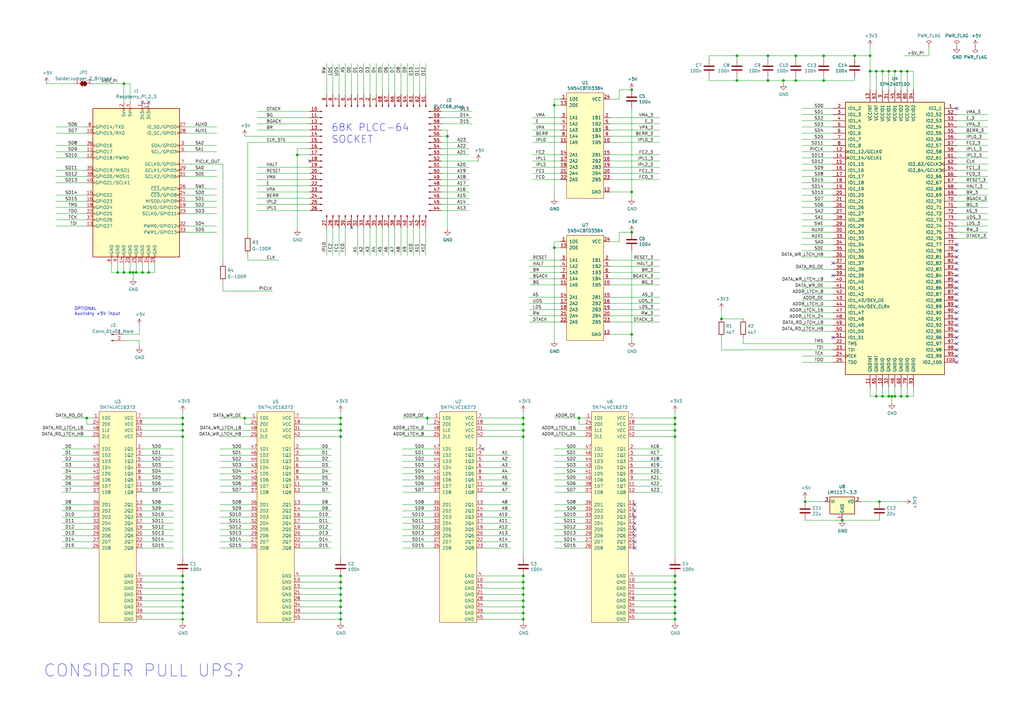
<source format=kicad_sch>
(kicad_sch (version 20211123) (generator eeschema)
  (paper "A3")
  (title_block (date "2023-08-09"))
  (junction (at 74.93 246.38))
  (junction (at 74.93 241.3))
  (junction (at 369.57 29.21))
  (junction (at 302.26 33.02))
  (junction (at 50.8 34.29))
  (junction (at 214.63 248.92))
  (junction (at 175.26 171.45))
  (junction (at 330.2 205.74))
  (junction (at 139.7 173.99))
  (junction (at 74.93 173.99))
  (junction (at 74.93 238.76))
  (junction (at 276.86 251.46))
  (junction (at 276.86 173.99))
  (junction (at 60.96 111.76))
  (junction (at 54.61 111.76))
  (junction (at 369.57 162.56))
  (junction (at 276.86 243.84))
  (junction (at 276.86 171.45))
  (junction (at 364.49 29.21))
  (junction (at 276.86 241.3))
  (junction (at 74.93 236.22))
  (junction (at 74.93 176.53))
  (junction (at 276.86 176.53))
  (junction (at 259.08 137.16))
  (junction (at 356.87 22.86))
  (junction (at 321.31 33.02))
  (junction (at 359.41 29.21))
  (junction (at 214.63 179.07))
  (junction (at 276.86 254))
  (junction (at 139.7 243.84))
  (junction (at 259.08 36.83))
  (junction (at 53.34 111.76))
  (junction (at 314.96 33.02))
  (junction (at 48.26 111.76))
  (junction (at 276.86 179.07))
  (junction (at 337.82 33.02))
  (junction (at 139.7 238.76))
  (junction (at 367.03 29.21))
  (junction (at 139.7 246.38))
  (junction (at 139.7 248.92))
  (junction (at 361.95 162.56))
  (junction (at 337.82 22.86))
  (junction (at 139.7 241.3))
  (junction (at 259.08 95.25))
  (junction (at 359.41 162.56))
  (junction (at 74.93 179.07))
  (junction (at 372.11 162.56))
  (junction (at 35.56 171.45))
  (junction (at 139.7 176.53))
  (junction (at 367.03 162.56))
  (junction (at 237.49 171.45))
  (junction (at 365.76 162.56))
  (junction (at 183.515 55.88))
  (junction (at 214.63 254))
  (junction (at 214.63 176.53))
  (junction (at 214.63 236.22))
  (junction (at 295.91 130.81))
  (junction (at 74.93 248.92))
  (junction (at 326.39 33.02))
  (junction (at 372.11 29.21))
  (junction (at 139.7 236.22))
  (junction (at 350.52 22.86))
  (junction (at 214.63 171.45))
  (junction (at 214.63 173.99))
  (junction (at 55.88 111.76))
  (junction (at 214.63 246.38))
  (junction (at 139.7 171.45))
  (junction (at 121.92 63.5))
  (junction (at 360.68 205.74))
  (junction (at 74.93 243.84))
  (junction (at 214.63 243.84))
  (junction (at 345.44 213.36))
  (junction (at 214.63 238.76))
  (junction (at 214.63 241.3))
  (junction (at 259.08 78.74))
  (junction (at 227.33 101.6))
  (junction (at 276.86 246.38))
  (junction (at 139.7 179.07))
  (junction (at 276.86 236.22))
  (junction (at 139.7 251.46))
  (junction (at 214.63 251.46))
  (junction (at 364.49 162.56))
  (junction (at 326.39 22.86))
  (junction (at 276.86 248.92))
  (junction (at 302.26 22.86))
  (junction (at 74.93 171.45))
  (junction (at 74.93 254))
  (junction (at 356.87 29.21))
  (junction (at 58.42 111.76))
  (junction (at 50.8 111.76))
  (junction (at 100.33 171.45))
  (junction (at 74.93 251.46))
  (junction (at 139.7 254))
  (junction (at 276.86 238.76))
  (junction (at 227.33 43.18))
  (junction (at 361.95 29.21))
  (junction (at 314.96 22.86))
  (no_connect (at 392.43 110.49))
  (no_connect (at 392.43 130.81))
  (no_connect (at 260.35 222.25))
  (no_connect (at 260.35 207.01))
  (no_connect (at 341.63 107.95))
  (no_connect (at 392.43 107.95))
  (no_connect (at 260.35 217.17))
  (no_connect (at 392.43 115.57))
  (no_connect (at 392.43 105.41))
  (no_connect (at 341.63 113.03))
  (no_connect (at 392.43 133.35))
  (no_connect (at 392.43 125.73))
  (no_connect (at 392.43 113.03))
  (no_connect (at 392.43 146.05))
  (no_connect (at 260.35 214.63))
  (no_connect (at 392.43 128.27))
  (no_connect (at 392.43 102.87))
  (no_connect (at 60.96 41.91))
  (no_connect (at 392.43 143.51))
  (no_connect (at 392.43 135.89))
  (no_connect (at 260.35 219.71))
  (no_connect (at 198.12 184.15))
  (no_connect (at 392.43 118.11))
  (no_connect (at 392.43 148.59))
  (no_connect (at 392.43 100.33))
  (no_connect (at 392.43 120.65))
  (no_connect (at 392.43 123.19))
  (no_connect (at 341.63 138.43))
  (no_connect (at 392.43 44.45))
  (no_connect (at 392.43 140.97))
  (no_connect (at 392.43 138.43))
  (no_connect (at 127 66.04))
  (no_connect (at 144.145 93.345))
  (no_connect (at 58.42 41.91))
  (no_connect (at 260.35 224.79))
  (no_connect (at 260.35 209.55))
  (no_connect (at 260.35 212.09))
  (wire (pts (xy 123.19 238.76) (xy 139.7 238.76)))
  (wire (pts (xy 139.7 238.76) (xy 139.7 241.3)))
  (wire (pts (xy 139.065 93.345) (xy 139.065 104.775)))
  (wire (pts (xy 177.8 186.69) (xy 165.1 186.69)))
  (wire (pts (xy 328.93 110.49) (xy 341.63 110.49)))
  (wire (pts (xy 218.44 58.42) (xy 229.87 58.42)))
  (wire (pts (xy 227.33 201.93) (xy 240.03 201.93)))
  (wire (pts (xy 198.12 238.76) (xy 214.63 238.76)))
  (wire (pts (xy 328.93 64.77) (xy 341.63 64.77)))
  (wire (pts (xy 100.33 173.99) (xy 102.87 173.99)))
  (wire (pts (xy 341.63 46.99) (xy 328.93 46.99)))
  (wire (pts (xy 214.63 236.22) (xy 214.63 238.76)))
  (wire (pts (xy 165.1 212.09) (xy 177.8 212.09)))
  (wire (pts (xy 214.63 228.6) (xy 214.63 179.07)))
  (wire (pts (xy 341.63 123.19) (xy 328.93 123.19)))
  (wire (pts (xy 237.49 173.99) (xy 240.03 173.99)))
  (wire (pts (xy 127 78.74) (xy 105.41 78.74)))
  (wire (pts (xy 250.19 127) (xy 270.51 127)))
  (wire (pts (xy 121.92 63.5) (xy 121.92 93.98)))
  (wire (pts (xy 254 95.25) (xy 259.08 95.25)))
  (wire (pts (xy 229.87 40.64) (xy 227.33 40.64)))
  (wire (pts (xy 127 83.82) (xy 105.41 83.82)))
  (wire (pts (xy 71.12 201.93) (xy 58.42 201.93)))
  (wire (pts (xy 25.4 199.39) (xy 38.1 199.39)))
  (wire (pts (xy 198.12 236.22) (xy 214.63 236.22)))
  (wire (pts (xy 192.405 78.74) (xy 180.975 78.74)))
  (wire (pts (xy 74.93 241.3) (xy 74.93 243.84)))
  (wire (pts (xy 229.87 101.6) (xy 227.33 101.6)))
  (wire (pts (xy 229.87 116.84) (xy 217.17 116.84)))
  (wire (pts (xy 405.13 97.79) (xy 392.43 97.79)))
  (wire (pts (xy 229.87 55.88) (xy 218.44 55.88)))
  (wire (pts (xy 276.86 236.22) (xy 276.86 238.76)))
  (wire (pts (xy 240.03 194.31) (xy 227.33 194.31)))
  (wire (pts (xy 58.42 246.38) (xy 74.93 246.38)))
  (wire (pts (xy 392.43 85.09) (xy 405.13 85.09)))
  (wire (pts (xy 74.93 246.38) (xy 74.93 248.92)))
  (wire (pts (xy 53.34 34.29) (xy 50.8 34.29)))
  (wire (pts (xy 314.96 22.86) (xy 314.96 24.13)))
  (wire (pts (xy 102.87 196.85) (xy 90.17 196.85)))
  (wire (pts (xy 198.12 246.38) (xy 214.63 246.38)))
  (wire (pts (xy 328.93 74.93) (xy 341.63 74.93)))
  (wire (pts (xy 276.86 238.76) (xy 276.86 241.3)))
  (wire (pts (xy 405.13 57.15) (xy 392.43 57.15)))
  (wire (pts (xy 60.96 107.95) (xy 60.96 111.76)))
  (wire (pts (xy 227.33 207.01) (xy 240.03 207.01)))
  (wire (pts (xy 214.63 241.3) (xy 214.63 243.84)))
  (wire (pts (xy 139.7 171.45) (xy 139.7 173.99)))
  (wire (pts (xy 328.93 77.47) (xy 341.63 77.47)))
  (wire (pts (xy 260.35 238.76) (xy 276.86 238.76)))
  (wire (pts (xy 302.26 33.02) (xy 290.83 33.02)))
  (wire (pts (xy 53.34 107.95) (xy 53.34 111.76)))
  (wire (pts (xy 374.65 162.56) (xy 374.65 158.75)))
  (wire (pts (xy 229.87 53.34) (xy 218.44 53.34)))
  (wire (pts (xy 361.95 158.75) (xy 361.95 162.56)))
  (wire (pts (xy 133.985 26.035) (xy 133.985 38.735)))
  (wire (pts (xy 127 68.58) (xy 105.41 68.58)))
  (wire (pts (xy 227.33 222.25) (xy 240.03 222.25)))
  (wire (pts (xy 135.89 184.15) (xy 123.19 184.15)))
  (wire (pts (xy 90.17 222.25) (xy 102.87 222.25)))
  (wire (pts (xy 341.63 44.45) (xy 328.93 44.45)))
  (wire (pts (xy 123.19 251.46) (xy 139.7 251.46)))
  (wire (pts (xy 174.625 26.035) (xy 174.625 38.735)))
  (wire (pts (xy 74.93 173.99) (xy 74.93 176.53)))
  (wire (pts (xy 326.39 22.86) (xy 314.96 22.86)))
  (wire (pts (xy 135.89 191.77) (xy 123.19 191.77)))
  (wire (pts (xy 58.42 179.07) (xy 74.93 179.07)))
  (wire (pts (xy 135.89 219.71) (xy 123.19 219.71)))
  (wire (pts (xy 250.19 73.66) (xy 270.51 73.66)))
  (wire (pts (xy 341.63 52.07) (xy 328.93 52.07)))
  (wire (pts (xy 101.6 106.68) (xy 114.3 106.68)))
  (wire (pts (xy 25.4 209.55) (xy 38.1 209.55)))
  (wire (pts (xy 127 86.36) (xy 105.41 86.36)))
  (wire (pts (xy 341.63 102.87) (xy 328.93 102.87)))
  (wire (pts (xy 74.93 171.45) (xy 74.93 173.99)))
  (wire (pts (xy 337.82 22.86) (xy 326.39 22.86)))
  (wire (pts (xy 198.12 248.92) (xy 214.63 248.92)))
  (wire (pts (xy 123.19 248.92) (xy 139.7 248.92)))
  (wire (pts (xy 240.03 179.07) (xy 227.33 179.07)))
  (wire (pts (xy 250.19 78.74) (xy 259.08 78.74)))
  (wire (pts (xy 214.63 248.92) (xy 214.63 251.46)))
  (wire (pts (xy 48.26 107.95) (xy 48.26 111.76)))
  (wire (pts (xy 127 50.8) (xy 105.41 50.8)))
  (wire (pts (xy 302.26 31.75) (xy 302.26 33.02)))
  (wire (pts (xy 154.305 26.035) (xy 154.305 38.735)))
  (wire (pts (xy 139.7 173.99) (xy 139.7 176.53)))
  (wire (pts (xy 250.19 106.68) (xy 270.51 106.68)))
  (wire (pts (xy 341.63 128.27) (xy 328.93 128.27)))
  (wire (pts (xy 22.86 90.17) (xy 35.56 90.17)))
  (wire (pts (xy 250.19 40.64) (xy 254 40.64)))
  (wire (pts (xy 392.43 67.31) (xy 405.13 67.31)))
  (wire (pts (xy 214.63 168.91) (xy 214.63 171.45)))
  (wire (pts (xy 133.985 93.345) (xy 133.985 104.775)))
  (wire (pts (xy 169.545 104.775) (xy 169.545 93.345)))
  (wire (pts (xy 374.65 36.83) (xy 374.65 29.21)))
  (wire (pts (xy 58.42 194.31) (xy 71.12 194.31)))
  (wire (pts (xy 71.12 222.25) (xy 58.42 222.25)))
  (wire (pts (xy 364.49 36.83) (xy 364.49 29.21)))
  (wire (pts (xy 35.56 173.99) (xy 38.1 173.99)))
  (wire (pts (xy 214.63 176.53) (xy 198.12 176.53)))
  (wire (pts (xy 177.8 191.77) (xy 165.1 191.77)))
  (wire (pts (xy 364.49 29.21) (xy 361.95 29.21)))
  (wire (pts (xy 22.86 72.39) (xy 35.56 72.39)))
  (wire (pts (xy 139.7 176.53) (xy 139.7 179.07)))
  (wire (pts (xy 250.19 53.34) (xy 270.51 53.34)))
  (wire (pts (xy 74.93 254) (xy 74.93 255.27)))
  (wire (pts (xy 164.465 104.775) (xy 164.465 93.345)))
  (wire (pts (xy 90.17 207.01) (xy 102.87 207.01)))
  (wire (pts (xy 250.19 58.42) (xy 270.51 58.42)))
  (wire (pts (xy 74.93 176.53) (xy 74.93 179.07)))
  (wire (pts (xy 392.43 64.77) (xy 405.13 64.77)))
  (wire (pts (xy 127 60.96) (xy 121.92 60.96)))
  (wire (pts (xy 359.41 162.56) (xy 361.95 162.56)))
  (wire (pts (xy 302.26 24.13) (xy 302.26 22.86)))
  (wire (pts (xy 276.86 246.38) (xy 276.86 248.92)))
  (wire (pts (xy 177.8 176.53) (xy 165.1 176.53)))
  (wire (pts (xy 290.83 22.86) (xy 290.83 24.13)))
  (wire (pts (xy 57.15 133.35) (xy 57.15 137.16)))
  (wire (pts (xy 321.31 33.02) (xy 321.31 34.29)))
  (wire (pts (xy 121.92 60.96) (xy 121.92 63.5)))
  (wire (pts (xy 209.55 222.25) (xy 198.12 222.25)))
  (wire (pts (xy 209.55 209.55) (xy 198.12 209.55)))
  (wire (pts (xy 127 45.72) (xy 105.41 45.72)))
  (wire (pts (xy 19.05 34.29) (xy 30.48 34.29)))
  (wire (pts (xy 180.975 66.04) (xy 196.215 66.04)))
  (wire (pts (xy 227.33 99.06) (xy 227.33 101.6)))
  (wire (pts (xy 392.43 72.39) (xy 405.13 72.39)))
  (wire (pts (xy 25.4 171.45) (xy 35.56 171.45)))
  (wire (pts (xy 276.86 241.3) (xy 276.86 243.84)))
  (wire (pts (xy 259.08 102.87) (xy 259.08 137.16)))
  (wire (pts (xy 209.55 194.31) (xy 198.12 194.31)))
  (wire (pts (xy 135.89 222.25) (xy 123.19 222.25)))
  (wire (pts (xy 76.2 77.47) (xy 88.9 77.47)))
  (wire (pts (xy 100.33 55.88) (xy 127 55.88)))
  (wire (pts (xy 135.89 207.01) (xy 123.19 207.01)))
  (wire (pts (xy 139.7 176.53) (xy 123.19 176.53)))
  (wire (pts (xy 159.385 26.035) (xy 159.385 38.735)))
  (wire (pts (xy 74.93 236.22) (xy 74.93 238.76)))
  (wire (pts (xy 149.225 26.035) (xy 149.225 38.735)))
  (wire (pts (xy 290.83 33.02) (xy 290.83 31.75)))
  (wire (pts (xy 175.26 173.99) (xy 177.8 173.99)))
  (wire (pts (xy 295.91 130.81) (xy 304.8 130.81)))
  (wire (pts (xy 154.305 104.775) (xy 154.305 93.345)))
  (wire (pts (xy 76.2 67.31) (xy 91.44 67.31)))
  (wire (pts (xy 71.12 219.71) (xy 58.42 219.71)))
  (wire (pts (xy 161.925 104.775) (xy 161.925 93.345)))
  (wire (pts (xy 71.12 217.17) (xy 58.42 217.17)))
  (wire (pts (xy 341.63 54.61) (xy 328.93 54.61)))
  (wire (pts (xy 337.82 22.86) (xy 337.82 24.13)))
  (wire (pts (xy 372.11 29.21) (xy 369.57 29.21)))
  (wire (pts (xy 276.86 228.6) (xy 276.86 179.07)))
  (wire (pts (xy 229.87 43.18) (xy 227.33 43.18)))
  (wire (pts (xy 271.78 186.69) (xy 260.35 186.69)))
  (wire (pts (xy 159.385 104.775) (xy 159.385 93.345)))
  (wire (pts (xy 364.49 162.56) (xy 365.76 162.56)))
  (wire (pts (xy 76.2 95.25) (xy 88.9 95.25)))
  (wire (pts (xy 76.2 80.01) (xy 88.9 80.01)))
  (wire (pts (xy 76.2 69.85) (xy 88.9 69.85)))
  (wire (pts (xy 374.65 29.21) (xy 372.11 29.21)))
  (wire (pts (xy 260.35 173.99) (xy 276.86 173.99)))
  (wire (pts (xy 260.35 243.84) (xy 276.86 243.84)))
  (wire (pts (xy 25.4 191.77) (xy 38.1 191.77)))
  (wire (pts (xy 58.42 186.69) (xy 71.12 186.69)))
  (wire (pts (xy 250.19 71.12) (xy 270.51 71.12)))
  (wire (pts (xy 240.03 186.69) (xy 227.33 186.69)))
  (wire (pts (xy 330.2 205.74) (xy 337.82 205.74)))
  (wire (pts (xy 369.57 162.56) (xy 372.11 162.56)))
  (wire (pts (xy 227.33 209.55) (xy 240.03 209.55)))
  (wire (pts (xy 123.19 246.38) (xy 139.7 246.38)))
  (wire (pts (xy 25.4 186.69) (xy 38.1 186.69)))
  (wire (pts (xy 90.17 214.63) (xy 102.87 214.63)))
  (wire (pts (xy 350.52 22.86) (xy 350.52 24.13)))
  (wire (pts (xy 198.12 173.99) (xy 214.63 173.99)))
  (wire (pts (xy 330.2 213.36) (xy 345.44 213.36)))
  (wire (pts (xy 276.86 251.46) (xy 276.86 254)))
  (wire (pts (xy 361.95 162.56) (xy 364.49 162.56)))
  (wire (pts (xy 229.87 73.66) (xy 218.44 73.66)))
  (wire (pts (xy 102.87 176.53) (xy 90.17 176.53)))
  (wire (pts (xy 240.03 189.23) (xy 227.33 189.23)))
  (wire (pts (xy 217.17 124.46) (xy 229.87 124.46)))
  (wire (pts (xy 326.39 33.02) (xy 321.31 33.02)))
  (wire (pts (xy 22.86 64.77) (xy 35.56 64.77)))
  (wire (pts (xy 353.06 205.74) (xy 360.68 205.74)))
  (wire (pts (xy 250.19 48.26) (xy 270.51 48.26)))
  (wire (pts (xy 405.13 87.63) (xy 392.43 87.63)))
  (wire (pts (xy 367.03 158.75) (xy 367.03 162.56)))
  (wire (pts (xy 193.675 45.72) (xy 180.975 45.72)))
  (wire (pts (xy 144.145 26.035) (xy 144.145 38.735)))
  (wire (pts (xy 55.88 111.76) (xy 58.42 111.76)))
  (wire (pts (xy 156.845 104.775) (xy 156.845 93.345)))
  (wire (pts (xy 139.7 243.84) (xy 139.7 246.38)))
  (wire (pts (xy 25.4 217.17) (xy 38.1 217.17)))
  (wire (pts (xy 392.43 59.69) (xy 405.13 59.69)))
  (wire (pts (xy 240.03 171.45) (xy 237.49 171.45)))
  (wire (pts (xy 341.63 100.33) (xy 328.93 100.33)))
  (wire (pts (xy 90.17 201.93) (xy 102.87 201.93)))
  (wire (pts (xy 192.405 71.12) (xy 180.975 71.12)))
  (wire (pts (xy 271.78 194.31) (xy 260.35 194.31)))
  (wire (pts (xy 356.87 162.56) (xy 359.41 162.56)))
  (wire (pts (xy 135.89 212.09) (xy 123.19 212.09)))
  (wire (pts (xy 102.87 186.69) (xy 90.17 186.69)))
  (wire (pts (xy 198.12 179.07) (xy 214.63 179.07)))
  (wire (pts (xy 177.8 196.85) (xy 165.1 196.85)))
  (wire (pts (xy 372.11 36.83) (xy 372.11 29.21)))
  (wire (pts (xy 192.405 60.96) (xy 180.975 60.96)))
  (wire (pts (xy 146.685 104.775) (xy 146.685 93.345)))
  (wire (pts (xy 127 73.66) (xy 105.41 73.66)))
  (wire (pts (xy 192.405 86.36) (xy 180.975 86.36)))
  (wire (pts (xy 135.89 217.17) (xy 123.19 217.17)))
  (wire (pts (xy 25.4 194.31) (xy 38.1 194.31)))
  (wire (pts (xy 250.19 68.58) (xy 270.51 68.58)))
  (wire (pts (xy 405.13 95.25) (xy 392.43 95.25)))
  (wire (pts (xy 227.33 214.63) (xy 240.03 214.63)))
  (wire (pts (xy 123.19 236.22) (xy 139.7 236.22)))
  (wire (pts (xy 135.89 196.85) (xy 123.19 196.85)))
  (wire (pts (xy 22.86 87.63) (xy 35.56 87.63)))
  (wire (pts (xy 58.42 254) (xy 74.93 254)))
  (wire (pts (xy 250.19 137.16) (xy 259.08 137.16)))
  (wire (pts (xy 25.4 201.93) (xy 38.1 201.93)))
  (wire (pts (xy 209.55 189.23) (xy 198.12 189.23)))
  (wire (pts (xy 367.03 162.56) (xy 369.57 162.56)))
  (wire (pts (xy 341.63 92.71) (xy 328.93 92.71)))
  (wire (pts (xy 227.33 219.71) (xy 240.03 219.71)))
  (wire (pts (xy 214.63 251.46) (xy 214.63 254)))
  (wire (pts (xy 276.86 173.99) (xy 276.86 176.53)))
  (wire (pts (xy 271.78 199.39) (xy 260.35 199.39)))
  (wire (pts (xy 314.96 33.02) (xy 302.26 33.02)))
  (wire (pts (xy 227.33 43.18) (xy 227.33 81.28)))
  (wire (pts (xy 369.57 29.21) (xy 367.03 29.21)))
  (wire (pts (xy 229.87 50.8) (xy 218.44 50.8)))
  (wire (pts (xy 356.87 158.75) (xy 356.87 162.56)))
  (wire (pts (xy 250.19 66.04) (xy 270.51 66.04)))
  (wire (pts (xy 229.87 109.22) (xy 217.17 109.22)))
  (wire (pts (xy 214.63 243.84) (xy 214.63 246.38)))
  (wire (pts (xy 250.19 99.06) (xy 254 99.06)))
  (wire (pts (xy 209.55 191.77) (xy 198.12 191.77)))
  (wire (pts (xy 364.49 158.75) (xy 364.49 162.56)))
  (wire (pts (xy 177.8 194.31) (xy 165.1 194.31)))
  (wire (pts (xy 135.89 209.55) (xy 123.19 209.55)))
  (wire (pts (xy 405.13 90.17) (xy 392.43 90.17)))
  (wire (pts (xy 177.8 179.07) (xy 165.1 179.07)))
  (wire (pts (xy 326.39 33.02) (xy 337.82 33.02)))
  (wire (pts (xy 260.35 254) (xy 276.86 254)))
  (wire (pts (xy 174.625 104.775) (xy 174.625 93.345)))
  (wire (pts (xy 71.12 224.79) (xy 58.42 224.79)))
  (wire (pts (xy 356.87 22.86) (xy 356.87 29.21)))
  (wire (pts (xy 164.465 26.035) (xy 164.465 38.735)))
  (wire (pts (xy 165.1 171.45) (xy 175.26 171.45)))
  (wire (pts (xy 227.33 212.09) (xy 240.03 212.09)))
  (wire (pts (xy 101.6 58.42) (xy 127 58.42)))
  (wire (pts (xy 328.93 67.31) (xy 341.63 67.31)))
  (wire (pts (xy 250.19 50.8) (xy 270.51 50.8)))
  (wire (pts (xy 341.63 120.65) (xy 328.93 120.65)))
  (wire (pts (xy 141.605 26.035) (xy 141.605 38.735)))
  (wire (pts (xy 156.845 26.035) (xy 156.845 38.735)))
  (wire (pts (xy 214.63 173.99) (xy 214.63 176.53)))
  (wire (pts (xy 139.7 168.91) (xy 139.7 171.45)))
  (wire (pts (xy 214.63 171.45) (xy 214.63 173.99)))
  (wire (pts (xy 172.085 26.035) (xy 172.085 38.735)))
  (wire (pts (xy 359.41 36.83) (xy 359.41 29.21)))
  (wire (pts (xy 328.93 105.41) (xy 341.63 105.41)))
  (wire (pts (xy 76.2 62.23) (xy 88.9 62.23)))
  (wire (pts (xy 341.63 95.25) (xy 328.93 95.25)))
  (wire (pts (xy 209.55 199.39) (xy 198.12 199.39)))
  (wire (pts (xy 192.405 76.2) (xy 180.975 76.2)))
  (wire (pts (xy 139.7 228.6) (xy 139.7 179.07)))
  (wire (pts (xy 74.93 168.91) (xy 74.93 171.45)))
  (wire (pts (xy 392.43 74.93) (xy 405.13 74.93)))
  (wire (pts (xy 260.35 179.07) (xy 276.86 179.07)))
  (wire (pts (xy 74.93 238.76) (xy 74.93 241.3)))
  (wire (pts (xy 127 76.2) (xy 105.41 76.2)))
  (wire (pts (xy 76.2 87.63) (xy 88.9 87.63)))
  (wire (pts (xy 214.63 238.76) (xy 214.63 241.3)))
  (wire (pts (xy 135.89 214.63) (xy 123.19 214.63)))
  (wire (pts (xy 58.42 111.76) (xy 60.96 111.76)))
  (wire (pts (xy 74.93 228.6) (xy 74.93 179.07)))
  (wire (pts (xy 167.005 26.035) (xy 167.005 38.735)))
  (wire (pts (xy 58.42 238.76) (xy 74.93 238.76)))
  (wire (pts (xy 209.55 224.79) (xy 198.12 224.79)))
  (wire (pts (xy 123.19 243.84) (xy 139.7 243.84)))
  (wire (pts (xy 57.15 139.7) (xy 57.15 142.24)))
  (wire (pts (xy 254 36.83) (xy 259.08 36.83)))
  (wire (pts (xy 227.33 40.64) (xy 227.33 43.18)))
  (wire (pts (xy 25.4 224.79) (xy 38.1 224.79)))
  (wire (pts (xy 276.86 171.45) (xy 276.86 173.99)))
  (wire (pts (xy 209.55 186.69) (xy 198.12 186.69)))
  (wire (pts (xy 127 53.34) (xy 105.41 53.34)))
  (wire (pts (xy 229.87 68.58) (xy 218.44 68.58)))
  (wire (pts (xy 55.88 107.95) (xy 55.88 111.76)))
  (wire (pts (xy 127 71.12) (xy 105.41 71.12)))
  (wire (pts (xy 341.63 135.89) (xy 328.93 135.89)))
  (wire (pts (xy 392.43 80.01) (xy 405.13 80.01)))
  (wire (pts (xy 58.42 173.99) (xy 74.93 173.99)))
  (wire (pts (xy 76.2 92.71) (xy 88.9 92.71)))
  (wire (pts (xy 45.72 107.95) (xy 45.72 111.76)))
  (wire (pts (xy 135.89 199.39) (xy 123.19 199.39)))
  (wire (pts (xy 25.4 207.01) (xy 38.1 207.01)))
  (wire (pts (xy 141.605 93.345) (xy 141.605 104.775)))
  (wire (pts (xy 229.87 66.04) (xy 218.44 66.04)))
  (wire (pts (xy 295.91 138.43) (xy 295.91 143.51)))
  (wire (pts (xy 361.95 29.21) (xy 359.41 29.21)))
  (wire (pts (xy 341.63 57.15) (xy 328.93 57.15)))
  (wire (pts (xy 172.085 104.775) (xy 172.085 93.345)))
  (wire (pts (xy 229.87 111.76) (xy 217.17 111.76)))
  (wire (pts (xy 260.35 236.22) (xy 276.86 236.22)))
  (wire (pts (xy 217.17 127) (xy 229.87 127)))
  (wire (pts (xy 22.86 54.61) (xy 35.56 54.61)))
  (wire (pts (xy 76.2 85.09) (xy 88.9 85.09)))
  (wire (pts (xy 175.26 171.45) (xy 175.26 173.99)))
  (wire (pts (xy 227.33 171.45) (xy 237.49 171.45)))
  (wire (pts (xy 192.405 83.82) (xy 180.975 83.82)))
  (wire (pts (xy 76.2 54.61) (xy 88.9 54.61)))
  (wire (pts (xy 209.55 201.93) (xy 198.12 201.93)))
  (wire (pts (xy 345.44 213.36) (xy 360.68 213.36)))
  (wire (pts (xy 165.1 199.39) (xy 177.8 199.39)))
  (wire (pts (xy 328.93 72.39) (xy 341.63 72.39)))
  (wire (pts (xy 302.26 22.86) (xy 290.83 22.86)))
  (wire (pts (xy 365.76 165.1) (xy 365.76 162.56)))
  (wire (pts (xy 381 19.05) (xy 381 22.86)))
  (wire (pts (xy 48.26 111.76) (xy 50.8 111.76)))
  (wire (pts (xy 25.4 212.09) (xy 38.1 212.09)))
  (wire (pts (xy 227.33 199.39) (xy 240.03 199.39)))
  (wire (pts (xy 341.63 118.11) (xy 328.93 118.11)))
  (wire (pts (xy 356.87 22.86) (xy 350.52 22.86)))
  (wire (pts (xy 22.86 82.55) (xy 35.56 82.55)))
  (wire (pts (xy 227.33 101.6) (xy 227.33 139.7)))
  (wire (pts (xy 177.8 171.45) (xy 175.26 171.45)))
  (wire (pts (xy 405.13 92.71) (xy 392.43 92.71)))
  (wire (pts (xy 240.03 176.53) (xy 227.33 176.53)))
  (wire (pts (xy 304.8 140.97) (xy 341.63 140.97)))
  (wire (pts (xy 192.405 73.66) (xy 180.975 73.66)))
  (wire (pts (xy 341.63 90.17) (xy 328.93 90.17)))
  (wire (pts (xy 405.13 52.07) (xy 392.43 52.07)))
  (wire (pts (xy 304.8 138.43) (xy 304.8 140.97)))
  (wire (pts (xy 123.19 254) (xy 139.7 254)))
  (wire (pts (xy 58.42 184.15) (xy 71.12 184.15)))
  (wire (pts (xy 250.19 121.92) (xy 270.51 121.92)))
  (wire (pts (xy 330.2 205.74) (xy 330.2 204.47)))
  (wire (pts (xy 356.87 19.05) (xy 356.87 22.86)))
  (wire (pts (xy 25.4 189.23) (xy 38.1 189.23)))
  (wire (pts (xy 192.405 63.5) (xy 180.975 63.5)))
  (wire (pts (xy 198.12 241.3) (xy 214.63 241.3)))
  (wire (pts (xy 350.52 22.86) (xy 337.82 22.86)))
  (wire (pts (xy 276.86 254) (xy 276.86 255.27)))
  (wire (pts (xy 295.91 127) (xy 295.91 130.81)))
  (wire (pts (xy 276.86 176.53) (xy 260.35 176.53)))
  (wire (pts (xy 369.57 36.83) (xy 369.57 29.21)))
  (wire (pts (xy 372.11 158.75) (xy 372.11 162.56)))
  (wire (pts (xy 359.41 29.21) (xy 356.87 29.21)))
  (wire (pts (xy 135.89 186.69) (xy 123.19 186.69)))
  (wire (pts (xy 229.87 71.12) (xy 218.44 71.12)))
  (wire (pts (xy 102.87 189.23) (xy 90.17 189.23)))
  (wire (pts (xy 214.63 176.53) (xy 214.63 179.07)))
  (wire (pts (xy 229.87 106.68) (xy 217.17 106.68)))
  (wire (pts (xy 360.68 205.74) (xy 370.84 205.74)))
  (wire (pts (xy 260.35 171.45) (xy 276.86 171.45)))
  (wire (pts (xy 60.96 111.76) (xy 63.5 111.76)))
  (wire (pts (xy 123.19 179.07) (xy 139.7 179.07)))
  (wire (pts (xy 341.63 97.79) (xy 328.93 97.79)))
  (wire (pts (xy 38.1 179.07) (xy 25.4 179.07)))
  (wire (pts (xy 102.87 194.31) (xy 90.17 194.31)))
  (wire (pts (xy 135.89 194.31) (xy 123.19 194.31)))
  (wire (pts (xy 90.17 212.09) (xy 102.87 212.09)))
  (wire (pts (xy 209.55 212.09) (xy 198.12 212.09)))
  (wire (pts (xy 58.42 171.45) (xy 74.93 171.45)))
  (wire (pts (xy 58.42 196.85) (xy 71.12 196.85)))
  (wire (pts (xy 53.34 111.76) (xy 54.61 111.76)))
  (wire (pts (xy 240.03 191.77) (xy 227.33 191.77)))
  (wire (pts (xy 22.86 74.93) (xy 35.56 74.93)))
  (wire (pts (xy 193.675 50.8) (xy 180.975 50.8)))
  (wire (pts (xy 356.87 36.83) (xy 356.87 29.21)))
  (wire (pts (xy 341.63 49.53) (xy 328.93 49.53)))
  (wire (pts (xy 369.57 158.75) (xy 369.57 162.56)))
  (wire (pts (xy 90.17 171.45) (xy 100.33 171.45)))
  (wire (pts (xy 22.86 69.85) (xy 35.56 69.85)))
  (wire (pts (xy 341.63 87.63) (xy 328.93 87.63)))
  (wire (pts (xy 359.41 158.75) (xy 359.41 162.56)))
  (wire (pts (xy 25.4 214.63) (xy 38.1 214.63)))
  (wire (pts (xy 91.44 115.57) (xy 91.44 119.38)))
  (wire (pts (xy 193.675 48.26) (xy 180.975 48.26)))
  (wire (pts (xy 198.12 171.45) (xy 214.63 171.45)))
  (wire (pts (xy 58.42 248.92) (xy 74.93 248.92)))
  (wire (pts (xy 50.8 111.76) (xy 53.34 111.76)))
  (wire (pts (xy 326.39 22.86) (xy 326.39 24.13)))
  (wire (pts (xy 76.2 72.39) (xy 88.9 72.39)))
  (wire (pts (xy 250.19 132.08) (xy 270.51 132.08)))
  (wire (pts (xy 74.93 176.53) (xy 58.42 176.53)))
  (wire (pts (xy 58.42 107.95) (xy 58.42 111.76)))
  (wire (pts (xy 271.78 196.85) (xy 260.35 196.85)))
  (wire (pts (xy 392.43 77.47) (xy 405.13 77.47)))
  (wire (pts (xy 102.87 184.15) (xy 90.17 184.15)))
  (wire (pts (xy 227.33 224.79) (xy 240.03 224.79)))
  (wire (pts (xy 328.93 69.85) (xy 341.63 69.85)))
  (wire (pts (xy 146.685 26.035) (xy 146.685 38.735)))
  (wire (pts (xy 328.93 148.59) (xy 341.63 148.59)))
  (wire (pts (xy 22.86 80.01) (xy 35.56 80.01)))
  (wire (pts (xy 372.11 162.56) (xy 374.65 162.56)))
  (wire (pts (xy 90.17 224.79) (xy 102.87 224.79)))
  (wire (pts (xy 91.44 67.31) (xy 91.44 107.95)))
  (wire (pts (xy 54.61 114.3) (xy 54.61 111.76)))
  (wire (pts (xy 91.44 119.38) (xy 111.76 119.38)))
  (wire (pts (xy 25.4 196.85) (xy 38.1 196.85)))
  (wire (pts (xy 271.78 184.15) (xy 260.35 184.15)))
  (wire (pts (xy 71.12 209.55) (xy 58.42 209.55)))
  (wire (pts (xy 139.7 254) (xy 139.7 255.27)))
  (wire (pts (xy 139.065 26.035) (xy 139.065 38.735)))
  (wire (pts (xy 328.93 80.01) (xy 341.63 80.01)))
  (wire (pts (xy 337.82 31.75) (xy 337.82 33.02)))
  (wire (pts (xy 165.1 201.93) (xy 177.8 201.93)))
  (wire (pts (xy 229.87 48.26) (xy 218.44 48.26)))
  (wire (pts (xy 102.87 179.07) (xy 90.17 179.07)))
  (wire (pts (xy 74.93 248.92) (xy 74.93 251.46)))
  (wire (pts (xy 139.7 248.92) (xy 139.7 251.46)))
  (wire (pts (xy 22.86 92.71) (xy 35.56 92.71)))
  (wire (pts (xy 165.1 217.17) (xy 177.8 217.17)))
  (wire (pts (xy 217.17 121.92) (xy 229.87 121.92)))
  (wire (pts (xy 295.91 143.51) (xy 341.63 143.51)))
  (wire (pts (xy 405.13 49.53) (xy 392.43 49.53)))
  (wire (pts (xy 209.55 219.71) (xy 198.12 219.71)))
  (wire (pts (xy 123.19 173.99) (xy 139.7 173.99)))
  (wire (pts (xy 260.35 241.3) (xy 276.86 241.3)))
  (wire (pts (xy 102.87 191.77) (xy 90.17 191.77)))
  (wire (pts (xy 367.03 29.21) (xy 364.49 29.21)))
  (wire (pts (xy 76.2 52.07) (xy 88.9 52.07)))
  (wire (pts (xy 254 99.06) (xy 254 95.25)))
  (wire (pts (xy 350.52 33.02) (xy 337.82 33.02)))
  (wire (pts (xy 90.17 209.55) (xy 102.87 209.55)))
  (wire (pts (xy 250.19 129.54) (xy 270.51 129.54)))
  (wire (pts (xy 250.19 109.22) (xy 270.51 109.22)))
  (wire (pts (xy 71.12 214.63) (xy 58.42 214.63)))
  (wire (pts (xy 392.43 69.85) (xy 405.13 69.85)))
  (wire (pts (xy 127 81.28) (xy 105.41 81.28)))
  (wire (pts (xy 341.63 62.23) (xy 328.93 62.23)))
  (wire (pts (xy 214.63 246.38) (xy 214.63 248.92)))
  (wire (pts (xy 58.42 241.3) (xy 74.93 241.3)))
  (wire (pts (xy 135.89 224.79) (xy 123.19 224.79)))
  (wire (pts (xy 229.87 114.3) (xy 217.17 114.3)))
  (wire (pts (xy 58.42 191.77) (xy 71.12 191.77)))
  (wire (pts (xy 217.17 129.54) (xy 229.87 129.54)))
  (wire (pts (xy 180.975 53.34) (xy 183.515 53.34)))
  (wire (pts (xy 127 63.5) (xy 121.92 63.5)))
  (wire (pts (xy 328.93 146.05) (xy 341.63 146.05)))
  (wire (pts (xy 276.86 243.84) (xy 276.86 246.38)))
  (wire (pts (xy 271.78 201.93) (xy 260.35 201.93)))
  (wire (pts (xy 58.42 243.84) (xy 74.93 243.84)))
  (wire (pts (xy 38.1 176.53) (xy 25.4 176.53)))
  (wire (pts (xy 63.5 111.76) (xy 63.5 107.95)))
  (wire (pts (xy 259.08 78.74) (xy 259.08 81.28)))
  (wire (pts (xy 25.4 184.15) (xy 38.1 184.15)))
  (wire (pts (xy 139.7 236.22) (xy 139.7 238.76)))
  (wire (pts (xy 167.005 104.775) (xy 167.005 93.345)))
  (wire (pts (xy 198.12 254) (xy 214.63 254)))
  (wire (pts (xy 165.1 222.25) (xy 177.8 222.25)))
  (wire (pts (xy 271.78 191.77) (xy 260.35 191.77)))
  (wire (pts (xy 102.87 171.45) (xy 100.33 171.45)))
  (wire (pts (xy 227.33 217.17) (xy 240.03 217.17)))
  (wire (pts (xy 341.63 133.35) (xy 328.93 133.35)))
  (wire (pts (xy 123.19 171.45) (xy 139.7 171.45)))
  (wire (pts (xy 180.975 55.88) (xy 183.515 55.88)))
  (wire (pts (xy 405.13 54.61) (xy 392.43 54.61)))
  (wire (pts (xy 71.12 207.01) (xy 58.42 207.01)))
  (wire (pts (xy 192.405 81.28) (xy 180.975 81.28)))
  (wire (pts (xy 135.89 201.93) (xy 123.19 201.93)))
  (wire (pts (xy 192.405 58.42) (xy 180.975 58.42)))
  (wire (pts (xy 214.63 254) (xy 214.63 255.27)))
  (wire (pts (xy 321.31 33.02) (xy 314.96 33.02)))
  (wire (pts (xy 101.6 104.14) (xy 101.6 106.68)))
  (wire (pts (xy 198.12 251.46) (xy 214.63 251.46)))
  (wire (pts (xy 314.96 22.86) (xy 302.26 22.86)))
  (wire (pts (xy 165.1 224.79) (xy 177.8 224.79)))
  (wire (pts (xy 50.8 139.7) (xy 57.15 139.7)))
  (wire (pts (xy 127 48.26) (xy 105.41 48.26)))
  (wire (pts (xy 367.03 36.83) (xy 367.03 29.21)))
  (wire (pts (xy 139.7 246.38) (xy 139.7 248.92)))
  (wire (pts (xy 250.19 116.84) (xy 270.51 116.84)))
  (wire (pts (xy 90.17 217.17) (xy 102.87 217.17)))
  (wire (pts (xy 314.96 33.02) (xy 314.96 31.75)))
  (wire (pts (xy 183.515 53.34) (xy 183.515 55.88)))
  (wire (pts (xy 165.1 219.71) (xy 177.8 219.71)))
  (wire (pts (xy 350.52 31.75) (xy 350.52 33.02)))
  (wire (pts (xy 341.63 125.73) (xy 328.93 125.73)))
  (wire (pts (xy 361.95 36.83) (xy 361.95 29.21)))
  (wire (pts (xy 209.55 214.63) (xy 198.12 214.63)))
  (wire (pts (xy 22.86 85.09) (xy 35.56 85.09)))
  (wire (pts (xy 71.12 212.09) (xy 58.42 212.09)))
  (wire (pts (xy 50.8 41.91) (xy 50.8 34.29)))
  (wire (pts (xy 135.89 189.23) (xy 123.19 189.23)))
  (wire (pts (xy 209.55 207.01) (xy 198.12 207.01)))
  (wire (pts (xy 250.19 63.5) (xy 270.51 63.5)))
  (wire (pts (xy 209.55 196.85) (xy 198.12 196.85)))
  (wire (pts (xy 38.1 34.29) (xy 50.8 34.29)))
  (wire (pts (xy 165.1 209.55) (xy 177.8 209.55)))
  (wire (pts (xy 341.63 130.81) (xy 328.93 130.81)))
  (wire (pts (xy 74.93 251.46) (xy 74.93 254)))
  (wire (pts (xy 71.12 199.39) (xy 58.42 199.39)))
  (wire (pts (xy 229.87 99.06) (xy 227.33 99.06)))
  (wire (pts (xy 22.86 52.07) (xy 35.56 52.07)))
  (wire (pts (xy 139.7 251.46) (xy 139.7 254)))
  (wire (pts (xy 123.19 241.3) (xy 139.7 241.3)))
  (wire (pts (xy 45.72 111.76) (xy 48.26 111.76)))
  (wire (pts (xy 22.86 62.23) (xy 35.56 62.23)))
  (wire (pts (xy 240.03 184.15) (xy 227.33 184.15)))
  (wire (pts (xy 58.42 251.46) (xy 74.93 251.46)))
  (wire (pts (xy 250.19 114.3) (xy 270.51 114.3)))
  (wire (pts (xy 328.93 59.69) (xy 341.63 59.69)))
  (wire (pts (xy 90.17 219.71) (xy 102.87 219.71)))
  (wire (pts (xy 54.61 111.76) (xy 55.88 111.76)))
  (wire (pts (xy 58.42 189.23) (xy 71.12 189.23)))
  (wire (pts (xy 229.87 63.5) (xy 218.44 63.5)))
  (wire (pts (xy 328.93 82.55) (xy 341.63 82.55)))
  (wire (pts (xy 326.39 31.75) (xy 326.39 33.02)))
  (wire (pts (xy 192.405 68.58) (xy 180.975 68.58)))
  (wire (pts (xy 22.86 59.69) (xy 35.56 59.69)))
  (wire (pts (xy 276.86 248.92) (xy 276.86 251.46)))
  (wire (pts (xy 271.78 189.23) (xy 260.35 189.23)))
  (wire (pts (xy 392.43 82.55) (xy 405.13 82.55)))
  (wire (pts (xy 250.19 111.76) (xy 270.51 111.76)))
  (wire (pts (xy 76.2 59.69) (xy 88.9 59.69)))
  (wire (pts (xy 151.765 104.775) (xy 151.765 93.345)))
  (wire (pts (xy 90.17 199.39) (xy 102.87 199.39)))
  (wire (pts (xy 237.49 171.45) (xy 237.49 173.99)))
  (wire (pts (xy 161.925 26.035) (xy 161.925 38.735)))
  (wire (pts (xy 240.03 196.85) (xy 227.33 196.85)))
  (wire (pts (xy 198.12 243.84) (xy 214.63 243.84)))
  (wire (pts (xy 169.545 26.035) (xy 169.545 38.735)))
  (wire (pts (xy 136.525 26.035) (xy 136.525 38.735)))
  (wire (pts (xy 260.35 248.92) (xy 276.86 248.92)))
  (wire (pts (xy 260.35 251.46) (xy 276.86 251.46)))
  (wire (pts (xy 58.42 236.22) (xy 74.93 236.22)))
  (wire (pts (xy 276.86 168.91) (xy 276.86 171.45)))
  (wire (pts (xy 35.56 171.45) (xy 35.56 173.99)))
  (wire (pts (xy 53.34 41.91) (xy 53.34 34.29)))
  (wire (pts (xy 165.1 214.63) (xy 177.8 214.63)))
  (wire (pts (xy 381 22.86) (xy 370.84 22.86)))
  (wire (pts (xy 250.19 124.46) (xy 270.51 124.46)))
  (wire (pts (xy 76.2 82.55) (xy 88.9 82.55)))
  (wire (pts (xy 38.1 171.45) (xy 35.56 171.45)))
  (wire (pts (xy 260.35 246.38) (xy 276.86 246.38)))
  (wire (pts (xy 328.93 115.57) (xy 341.63 115.57)))
  (wire (pts (xy 136.525 93.345) (xy 136.525 104.775)))
  (wire (pts (xy 250.19 55.88) (xy 270.51 55.88)))
  (wire (pts (xy 276.86 176.53) (xy 276.86 179.07)))
  (wire (pts (xy 405.13 62.23) (xy 392.43 62.23)))
  (wire (pts (xy 259.08 44.45) (xy 259.08 78.74)))
  (wire (pts (xy 209.55 217.17) (xy 198.12 217.17)))
  (wire (pts (xy 254 40.64) (xy 254 36.83)))
  (wire (pts (xy 100.33 171.45) (xy 100.33 173.99)))
  (wire (pts (xy 229.87 132.08) (xy 217.17 132.08)))
  (wire (pts (xy 25.4 222.25) (xy 38.1 222.25)))
  (wire (pts (xy 151.765 26.035) (xy 151.765 38.735)))
  (wire (pts (xy 139.7 241.3) (xy 139.7 243.84)))
  (wire (pts (xy 183.515 55.88) (xy 183.515 93.98)))
  (wire (pts (xy 50.8 137.16) (xy 57.15 137.16)))
  (wire (pts (xy 74.93 243.84) (xy 74.93 246.38)))
  (wire (pts (xy 365.76 162.56) (xy 367.03 162.56)))
  (wire (pts (xy 25.4 219.71) (xy 38.1 219.71)))
  (wire (pts (xy 165.1 207.01) (xy 177.8 207.01)))
  (wire (pts (xy 259.08 137.16) (xy 259.08 139.7)))
  (wire (pts (xy 101.6 58.42) (xy 101.6 96.52)))
  (wire (pts (xy 177.8 184.15) (xy 165.1 184.15)))
  (wire (pts (xy 405.13 46.99) (xy 392.43 46.99)))
  (wire (pts (xy 50.8 107.95) (xy 50.8 111.76)))
  (wire (pts (xy 177.8 189.23) (xy 165.1 189.23)))
  (wire (pts (xy 149.225 104.775) (xy 149.225 93.345)))
  (wire (pts (xy 328.93 85.09) (xy 341.63 85.09)))
  (text "OPTIONAL\nAuxillery +5V input" (at 30.48 129.54 0) (effects (font (size 1.27 1.27)) (justify left bottom)))
  (text "68K PLCC-64\nSOCKET" (at 135.89 59.055 0) (effects (font (size 2.9972 2.9972)) (justify left bottom)))
  (text "CONSIDER PULL UPS?" (at 17.78 278.13 0) (effects (font (size 5.0038 5.0038)) (justify left bottom)))
  (label "SD0" (at 99.06 184.15 180))
  (label "SD11" (at 31.75 69.85 180))
  (label "SD8" (at 236.22 207.01 180))
  (label "VPA" (at 219.71 53.34 0))
  (label "ADDR_LTCH_16" (at 236.22 176.53 180))
  (label "DATA_WR_LTCH_LB" (at 337.82 115.57 180))
  (label "SD15" (at 337.82 74.93 180))
  (label "A1" (at 146.685 103.505 90))
  (label "D9" (at 26.67 209.55 0))
  (label "A17" (at 191.135 76.2 180))
  (label "D15" (at 134.62 224.79 180))
  (label "SD15" (at 236.22 224.79 180))
  (label "SD1" (at 99.06 186.69 180))
  (label "DATA_WR_LTCH_LB" (at 99.06 176.53 180))
  (label "SD10" (at 337.82 80.01 180))
  (label "IPL2" (at 219.71 68.58 0))
  (label "A17" (at 270.51 186.69 180))
  (label "D4" (at 26.67 194.31 0))
  (label "CLK" (at 113.03 106.68 180))
  (label "D1" (at 146.685 27.305 270))
  (label "D15" (at 26.67 224.79 0))
  (label "A18" (at 270.51 189.23 180))
  (label "ADDR_OE" (at 236.22 171.45 180))
  (label "SD9" (at 31.75 62.23 180))
  (label "FC1" (at 139.065 103.505 90))
  (label "SD15" (at 62.23 224.79 0))
  (label "SD10" (at 173.99 212.09 180))
  (label "RESET_3" (at 267.97 106.68 180))
  (label "IPL2_3" (at 267.97 68.58 180))
  (label "DTACK" (at 109.22 45.72 0))
  (label "D0" (at 134.62 184.15 180))
  (label "ADDR_OE" (at 173.99 171.45 180))
  (label "SD5" (at 236.22 196.85 180))
  (label "A8" (at 208.28 207.01 180))
  (label "FC2" (at 219.71 63.5 0))
  (label "SD5" (at 337.82 57.15 180))
  (label "DATA_WR_LTCH_HB" (at 99.06 179.07 180))
  (label "SD4" (at 173.99 194.31 180))
  (label "SD3" (at 80.01 87.63 0))
  (label "SD7" (at 31.75 54.61 180))
  (label "SD3" (at 62.23 191.77 0))
  (label "D4" (at 134.62 194.31 180))
  (label "D4" (at 154.305 27.305 270))
  (label "SD2" (at 173.99 189.23 180))
  (label "D9" (at 167.005 27.305 270))
  (label "D14" (at 26.67 222.25 0))
  (label "FC0" (at 141.605 103.505 90))
  (label "ADDR_OE" (at 337.82 123.19 180))
  (label "A3" (at 151.765 103.505 90))
  (label "SD9" (at 173.99 209.55 180))
  (label "SD1" (at 173.99 186.69 180))
  (label "SD7" (at 236.22 201.93 180))
  (label "VMA" (at 109.22 73.66 0))
  (label "SD6" (at 173.99 199.39 180))
  (label "BGACK_3" (at 396.24 82.55 0))
  (label "BGACK_3" (at 267.97 114.3 180))
  (label "A4" (at 154.305 103.505 90))
  (label "A12" (at 208.28 217.17 180))
  (label "D6" (at 26.67 199.39 0))
  (label "SD14" (at 31.75 80.01 180))
  (label "BERR_3" (at 396.24 54.61 0))
  (label "D2" (at 149.225 27.305 270))
  (label "SD1" (at 236.22 186.69 180))
  (label "D11" (at 26.67 214.63 0))
  (label "VMA_3" (at 267.97 48.26 180))
  (label "D7" (at 161.925 27.305 270))
  (label "HALT" (at 218.44 109.22 0))
  (label "SD8" (at 31.75 59.69 180))
  (label "A13" (at 191.135 86.36 180))
  (label "D3" (at 134.62 191.77 180))
  (label "AS" (at 141.605 27.305 270))
  (label "DATA_RD_LTCH_HB" (at 34.29 179.07 180))
  (label "SD7" (at 173.99 201.93 180))
  (label "SD0" (at 80.01 80.01 0))
  (label "SD13" (at 62.23 219.71 0))
  (label "FC0_3" (at 396.24 72.39 0))
  (label "SD1" (at 62.23 186.69 0))
  (label "RW_3" (at 396.24 95.25 0))
  (label "BERR_3" (at 267.97 55.88 180))
  (label "SD8" (at 99.06 207.01 180))
  (label "BG_3" (at 267.97 116.84 180))
  (label "SA2" (at 80.01 59.69 0))
  (label "ADDR_LTCH_24" (at 236.22 179.07 180))
  (label "SD1" (at 337.82 46.99 180))
  (label "SD0" (at 62.23 184.15 0))
  (label "A9" (at 167.005 103.505 90))
  (label "FC0_3" (at 267.97 73.66 180))
  (label "HALT" (at 109.22 68.58 0))
  (label "SD3" (at 337.82 52.07 180))
  (label "D11" (at 134.62 214.63 180))
  (label "SD9" (at 99.06 209.55 180))
  (label "BG_3" (at 396.24 85.09 0))
  (label "D13" (at 134.62 219.71 180))
  (label "FC2_3" (at 396.24 59.69 0))
  (label "D12" (at 134.62 217.17 180))
  (label "HALT_3" (at 396.24 77.47 0))
  (label "A2" (at 149.225 103.505 90))
  (label "FC1_3" (at 396.24 69.85 0))
  (label "BG" (at 218.44 116.84 0))
  (label "SD12" (at 31.75 72.39 180))
  (label "AUX0" (at 337.82 95.25 180))
  (label "SD9" (at 236.22 209.55 180))
  (label "A21" (at 270.51 196.85 180))
  (label "FC1_3" (at 267.97 71.12 180))
  (label "SD4" (at 99.06 194.31 180))
  (label "SD4" (at 62.23 194.31 0))
  (label "D12" (at 26.67 217.17 0))
  (label "IPL1_3" (at 267.97 66.04 180))
  (label "SD5" (at 173.99 196.85 180))
  (label "SD14" (at 99.06 222.25 180))
  (label "TCK" (at 31.75 90.17 180))
  (label "SWE" (at 337.82 92.71 180))
  (label "UDS" (at 139.065 27.305 270))
  (label "IPL0" (at 133.985 103.505 90))
  (label "A20" (at 191.135 68.58 180))
  (label "ADDR_LTCH_0" (at 173.99 176.53 180))
  (label "A16" (at 191.135 78.74 180))
  (label "DATA_RD_OE" (at 34.29 171.45 180))
  (label "SD5" (at 80.01 95.25 0))
  (label "FC0" (at 219.71 73.66 0))
  (label "E" (at 219.71 50.8 0))
  (label "TDI" (at 31.75 92.71 180))
  (label "AS_3" (at 267.97 121.92 180))
  (label "SD6" (at 236.22 199.39 180))
  (label "A23" (at 270.51 201.93 180))
  (label "A6" (at 208.28 199.39 180))
  (label "A22" (at 270.51 199.39 180))
  (label "SD10" (at 99.06 212.09 180))
  (label "SD6" (at 62.23 199.39 0))
  (label "D1" (at 134.62 186.69 180))
  (label "SD15" (at 99.06 224.79 180))
  (label "SD13" (at 31.75 74.93 180))
  (label "ADDR_LTCH_16" (at 337.82 128.27 180))
  (label "A19" (at 270.51 191.77 180))
  (label "D14" (at 134.62 222.25 180))
  (label "SD12" (at 337.82 67.31 180))
  (label "TDO" (at 337.82 148.59 180))
  (label "LDS" (at 136.525 27.305 270))
  (label "SD7" (at 99.06 201.93 180))
  (label "SA1" (at 80.01 62.23 0))
  (label "E_3" (at 396.24 49.53 0))
  (label "SD3" (at 236.22 191.77 180))
  (label "BERR" (at 109.22 81.28 0))
  (label "RW_3" (at 267.97 129.54 180))
  (label "D3" (at 151.765 27.305 270))
  (label "SD8" (at 173.99 207.01 180))
  (label "D8" (at 26.67 207.01 0))
  (label "A5" (at 156.845 103.505 90))
  (label "SD13" (at 99.06 219.71 180))
  (label "SD6" (at 31.75 52.07 180))
  (label "PICLK_OUT" (at 80.01 67.31 0))
  (label "SD12" (at 173.99 217.17 180))
  (label "SD5" (at 99.06 196.85 180))
  (label "DATA_RD_OE" (at 337.82 110.49 180))
  (label "FC2" (at 136.525 103.505 90))
  (label "A13" (at 208.28 219.71 180))
  (label "A10" (at 208.28 212.09 180))
  (label "D7" (at 134.62 201.93 180))
  (label "SD0" (at 173.99 184.15 180))
  (label "TDO" (at 31.75 87.63 180))
  (label "SD13" (at 173.99 219.71 180))
  (label "DTACK" (at 218.44 132.08 0))
  (label "SD12" (at 236.22 217.17 180))
  (label "AUX0" (at 80.01 52.07 0))
  (label "CLK" (at 396.24 67.31 0))
  (label "A2" (at 208.28 189.23 180))
  (label "SOE" (at 337.82 102.87 180))
  (label "SD14" (at 62.23 222.25 0))
  (label "SD9" (at 62.23 209.55 0))
  (label "SD3" (at 173.99 191.77 180))
  (label "IPL0_3" (at 267.97 58.42 180))
  (label "DATA_RD_LTCH_HB" (at 337.82 135.89 180))
  (label "TCK" (at 337.82 146.05 180))
  (label "SD1" (at 80.01 82.55 0))
  (label "RW" (at 133.985 27.305 270))
  (label "RESET" (at 218.44 106.68 0))
  (label "SA0" (at 80.01 69.85 0))
  (label "VMA" (at 219.71 48.26 0))
  (label "SD6" (at 99.06 199.39 180))
  (label "IPL1_3" (at 396.24 62.23 0))
  (label "A7" (at 208.28 201.93 180))
  (label "IPL1" (at 109.22 86.36 0))
  (label "D14" (at 192.405 48.26 180))
  (label "SD6" (at 337.82 85.09 180))
  (label "ADDR_LTCH_8" (at 337.82 120.65 180))
  (label "DTACK_3" (at 267.97 132.08 180))
  (label "BR" (at 218.44 111.76 0))
  (label "D15" (at 192.405 50.8 180))
  (label "D5" (at 156.845 27.305 270))
  (label "DTACK_3" (at 396.24 97.79 0))
  (label "SWE" (at 80.01 77.47 0))
  (label "VMA_3" (at 396.24 46.99 0))
  (label "RESET" (at 109.22 71.12 0))
  (label "SA0" (at 337.82 100.33 180))
  (label "RESET_3" (at 396.24 74.93 0))
  (label "SD7" (at 62.23 201.93 0))
  (label "D2" (at 134.62 189.23 180))
  (label "FC1" (at 219.71 71.12 0))
  (label "ADDR_LTCH_8" (at 173.99 179.07 180))
  (label "SD2" (at 337.82 49.53 180))
  (label "VPA" (at 109.22 78.74 0))
  (label "SD2" (at 236.22 189.23 180))
  (label "IPL1" (at 219.71 66.04 0))
  (label "A14" (at 208.28 222.25 180))
  (label "SD2" (at 99.06 189.23 180))
  (label "D12" (at 174.625 27.305 270))
  (label "A23" (at 191.135 58.42 180))
  (label "VPA_3" (at 267.97 53.34 180))
  (label "A4" (at 208.28 194.31 180))
  (label "RW" (at 218.44 129.54 0))
  (label "SD0" (at 337.82 44.45 180))
  (label "SD10" (at 31.75 64.77 180))
  (label "IPL0" (at 219.71 58.42 0))
  (label "LDS" (at 218.44 127 0))
  (label "SD2" (at 80.01 85.09 0))
  (label "ADDR_LTCH_0" (at 337.82 125.73 180))
  (label "IPL2" (at 109.22 83.82 0))
  (label "DATA_WR_LTCH_HB" (at 337.82 105.41 180))
  (label "SD11" (at 173.99 214.63 180))
  (label "A3" (at 208.28 191.77 180))
  (label "D5" (at 134.62 196.85 180))
  (label "D10" (at 134.62 212.09 180))
  (label "SD13" (at 236.22 219.71 180))
  (label "SD14" (at 173.99 222.25 180))
  (label "SA2" (at 337.82 87.63 180))
  (label "AUX1" (at 337.82 97.79 180))
  (label "SD10" (at 236.22 212.09 180))
  (label "DATA_WR_OE" (at 337.82 118.11 180))
  (label "BGACK" (at 109.22 50.8 0))
  (label "A10" (at 169.545 103.505 90))
  (label "DATA_RD_LTCH_LB" (at 34.29 176.53 180))
  (label "SD4" (at 236.22 194.31 180))
  (label "SD10" (at 62.23 212.09 0))
  (label "SD5" (at 62.23 196.85 0))
  (label "SD4" (at 337.82 54.61 180))
  (label "SD2" (at 62.23 189.23 0))
  (label "BG" (at 109.22 48.26 0))
  (label "UDS" (at 218.44 124.46 0))
  (label "E" (at 109.22 76.2 0))
  (label "A18" (at 191.135 73.66 180))
  (label "BERR" (at 219.71 55.88 0))
  (label "A22" (at 191.135 60.96 180))
  (label "E_3" (at 267.97 50.8 180))
  (label "D5" (at 26.67 196.85 0))
  (label "VPA_3" (at 396.24 52.07 0))
  (label "A6" (at 159.385 103.505 90))
  (label "TDI" (at 337.82 143.51 180))
  (label "SD8" (at 337.82 72.39 180))
  (label "A20" (at 270.51 194.31 180))
  (label "SD11" (at 236.22 214.63 180))
  (label "D10" (at 169.545 27.305 270))
  (label "D13" (at 26.67 219.71 0))
  (label "D11" (at 172.085 27.305 270))
  (label "D2" (at 26.67 189.23 0))
  (label "DATA_WR_OE" (at 99.06 171.45 180))
  (label "D13" (at 192.405 45.72 180))
  (label "BR" (at 109.22 53.34 0))
  (label "A5" (at 208.28 196.85 180))
  (label "PICLK" (at 337.82 62.23 180))
  (label "LDS_3" (at 396.24 92.71 0))
  (label "D0" (at 144.145 27.305 270))
  (label "A21" (at 191.135 63.5 180))
  (label "PICLK" (at 111.76 119.38 180))
  (label "SD11" (at 62.23 214.63 0))
  (label "SD9" (at 337.82 69.85 180))
  (label "TMS" (at 31.75 85.09 180))
  (label "SD14" (at 337.82 77.47 180))
  (label "SD3" (at 99.06 191.77 180))
  (label "HALT_3" (at 267.97 109.22 180))
  (label "A11" (at 172.085 103.505 90))
  (label "A16" (at 270.51 184.15 180))
  (label "AUX1" (at 80.01 54.61 0))
  (label "A7" (at 161.925 103.505 90))
  (label "D6" (at 134.62 199.39 180))
  (label "A12" (at 174.625 103.505 90))
  (label "BGACK" (at 218.44 114.3 0))
  (label "SD8" (at 62.23 207.01 0))
  (label "SD14" (at 236.22 222.25 180))
  (label "SA1" (at 337.82 90.17 180))
  (label "AS_3" (at 396.24 87.63 0))
  (label "A8" (at 164.465 103.505 90))
  (label "BR_3" (at 396.24 80.01 0))
  (label "SD11" (at 337.82 59.69 180))
  (label "A15" (at 208.28 224.79 180))
  (label "+5V_PI" (at 48.26 34.29 180))
  (label "D10" (at 26.67 212.09 0))
  (label "D6" (at 159.385 27.305 270))
  (label "IPL2_3" (at 396.24 64.77 0))
  (label "UDS_3" (at 267.97 124.46 180))
  (label "IPL0_3" (at 396.24 57.15 0))
  (label "SD0" (at 236.22 184.15 180))
  (label "SD11" (at 99.06 214.63 180))
  (label "SD7" (at 337.82 82.55 180))
  (label "+5V_PI" (at 372.11 22.86 0))
  (label "D7" (at 26.67 201.93 0))
  (label "A9" (at 208.28 209.55 180))
  (label "D8" (at 134.62 207.01 180))
  (label "FC2_3" (at 267.97 63.5 180))
  (label "SD4" (at 80.01 92.71 0))
  (label "SOE" (at 80.01 72.39 0))
  (label "ADDR_LTCH_24" (at 337.82 130.81 180))
  (label "A19" (at 191.135 71.12 180))
  (label "SD13" (at 337.82 64.77 180))
  (label "CLK_STE" (at 109.22 58.42 0))
  (label "DATA_RD_LTCH_LB" (at 337.82 133.35 180))
  (label "D0" (at 26.67 184.15 0))
  (label "SD12" (at 62.23 217.17 0))
  (label "SD12" (at 99.06 217.17 180))
  (label "D1" (at 26.67 186.69 0))
  (label "A14" (at 191.135 83.82 180))
  (label "LDS_3" (at 267.97 127 180))
  (label "SD15" (at 173.99 224.79 180))
  (label "D8" (at 164.465 27.305 270))
  (label "A15" (at 191.135 81.28 180))
  (label "UDS_3" (at 396.24 90.17 0))
  (label "TMS" (at 337.82 140.97 180))
  (label "AS" (at 218.44 121.92 0))
  (label "SD15" (at 31.75 82.55 180))
  (label "D9" (at 134.62 209.55 180))
  (label "BR_3" (at 267.97 111.76 180))
  (label "A1" (at 208.28 186.69 180))
  (label "D3" (at 26.67 191.77 0))
  (label "A11" (at 208.28 214.63 180))
  (symbol (lib_id "Connector:Raspberry_Pi_2_3") (at 55.88 74.93 0) (unit 1)
    (property "Reference" "J1" (at 55.88 37.3126 0))
    (property "Value" "Raspberry_Pi_2_3" (at 55.88 39.624 0))
    (property "Footprint" "Connector_PinSocket_2.54mm:PinSocket_2x20_P2.54mm_Vertical" (effects hide))
    (property "Datasheet" "https://www.raspberrypi.org/documentation/hardware/raspberrypi/schematics/rpi_SCH_3bplus_1p0_reduced.pdf" (effects hide))
  )
  (symbol (lib_id "power:+5V") (at 19.05 34.29 0) (unit 1)
    (property "Reference" "#PWR0101" (effects hide))
    (property "Value" "+5V" (at 19.431 29.8958 0))
  )
  (symbol (lib_id "power:GND") (at 54.61 114.3 0) (unit 1)
    (property "Reference" "#PWR0102" (effects hide))
    (property "Value" "GND" (at 54.737 118.6942 0))
  )
  (symbol (lib_id "CPLD_Altera:EPM240T100") (at 367.03 97.79 0) (unit 1)
    (property "Reference" "U4" (at 367.03 32.2326 0))
    (property "Value" "EPM240T100" (at 367.03 34.544 0))
    (property "Footprint" "Package_QFP:LQFP-100_14x14mm_P0.5mm" (effects hide))
    (property "Datasheet" "https://www.altera.com/content/dam/altera-www/global/en_US/pdfs/literature/hb/max2/max2_mii5v1.pdf" (effects hide))
  )
  (symbol (lib_id "Device:C") (at 350.52 27.94 0) (mirror y) (unit 1)
    (property "Reference" "C14" (at 347.599 26.7716 0) (effects (justify left)))
    (property "Value" "100n" (at 347.599 29.083 0) (effects (justify left)))
    (property "Footprint" "Capacitor_SMD:C_0805_2012Metric" (effects hide))
  )
  (symbol (lib_id "Device:C") (at 337.82 27.94 0) (mirror y) (unit 1)
    (property "Reference" "C13" (at 334.899 26.7716 0) (effects (justify left)))
    (property "Value" "100n" (at 334.899 29.083 0) (effects (justify left)))
    (property "Footprint" "Capacitor_SMD:C_0805_2012Metric" (effects hide))
  )
  (symbol (lib_id "Device:C") (at 326.39 27.94 0) (mirror y) (unit 1)
    (property "Reference" "C10" (at 323.469 26.7716 0) (effects (justify left)))
    (property "Value" "100n" (at 323.469 29.083 0) (effects (justify left)))
    (property "Footprint" "Capacitor_SMD:C_0805_2012Metric" (effects hide))
  )
  (symbol (lib_id "Device:C") (at 314.96 27.94 0) (mirror y) (unit 1)
    (property "Reference" "C9" (at 312.039 26.7716 0) (effects (justify left)))
    (property "Value" "100n" (at 312.039 29.083 0) (effects (justify left)))
    (property "Footprint" "Capacitor_SMD:C_0805_2012Metric" (effects hide))
  )
  (symbol (lib_id "power:+5V") (at 100.33 55.88 0) (unit 1)
    (property "Reference" "#PWR0110" (effects hide))
    (property "Value" "+5V" (at 100.711 51.4858 0))
  )
  (symbol (lib_id "power:+5V") (at 196.215 66.04 0) (unit 1)
    (property "Reference" "#PWR0109" (effects hide))
    (property "Value" "+5V" (at 196.596 61.6458 0))
  )
  (symbol (lib_id "power:GND") (at 321.31 34.29 0) (unit 1)
    (property "Reference" "#PWR0103" (effects hide))
    (property "Value" "GND" (at 321.437 38.6842 0))
  )
  (symbol (lib_id "Device:C") (at 302.26 27.94 0) (mirror y) (unit 1)
    (property "Reference" "C8" (at 299.339 26.7716 0) (effects (justify left)))
    (property "Value" "100n" (at 299.339 29.083 0) (effects (justify left)))
    (property "Footprint" "Capacitor_SMD:C_0805_2012Metric" (effects hide))
  )
  (symbol (lib_id "Device:C") (at 290.83 27.94 0) (mirror y) (unit 1)
    (property "Reference" "C7" (at 287.909 26.7716 0) (effects (justify left)))
    (property "Value" "100n" (at 287.909 29.083 0) (effects (justify left)))
    (property "Footprint" "Capacitor_SMD:C_0805_2012Metric" (effects hide))
  )
  (symbol (lib_id "power:+3V3") (at 356.87 19.05 0) (unit 1)
    (property "Reference" "#PWR0104" (effects hide))
    (property "Value" "+3V3" (at 357.251 14.6558 0))
  )
  (symbol (lib_id "power:GND") (at 365.76 165.1 0) (unit 1)
    (property "Reference" "#PWR0105" (effects hide))
    (property "Value" "GND" (at 365.887 169.4942 0))
  )
  (symbol (lib_id "pistorm-ste:SN54CBTD3384") (at 240.03 60.96 0) (unit 1)
    (property "Reference" "U1" (at 240.03 33.909 0))
    (property "Value" "SN54CBTD3384" (at 240.03 36.2204 0))
    (property "Footprint" "Package_SO:TSSOP-24_4.4x7.8mm_P0.65mm" (effects hide))
  )
  (symbol (lib_id "pistorm-ste:SN54CBTD3384") (at 240.03 119.38 0) (unit 1)
    (property "Reference" "U7" (at 240.03 92.329 0))
    (property "Value" "SN54CBTD3384" (at 240.03 94.6404 0))
    (property "Footprint" "Package_SO:TSSOP-24_4.4x7.8mm_P0.65mm" (effects hide))
  )
  (symbol (lib_id "Device:C") (at 259.08 40.64 0) (unit 1)
    (property "Reference" "C5" (at 262.001 39.4716 0) (effects (justify left)))
    (property "Value" "100n" (at 262.001 41.783 0) (effects (justify left)))
    (property "Footprint" "Capacitor_SMD:C_0805_2012Metric" (effects hide))
  )
  (symbol (lib_id "Device:C") (at 259.08 99.06 0) (unit 1)
    (property "Reference" "C6" (at 262.001 97.8916 0) (effects (justify left)))
    (property "Value" "100n" (at 262.001 100.203 0) (effects (justify left)))
    (property "Footprint" "Capacitor_SMD:C_0805_2012Metric" (effects hide))
  )
  (symbol (lib_id "power:GND") (at 259.08 139.7 0) (unit 1)
    (property "Reference" "#PWR0108" (effects hide))
    (property "Value" "GND" (at 259.207 144.0942 0))
  )
  (symbol (lib_id "power:GND") (at 259.08 81.28 0) (unit 1)
    (property "Reference" "#PWR0122" (effects hide))
    (property "Value" "GND" (at 259.207 85.6742 0))
  )
  (symbol (lib_id "power:+5V") (at 259.08 36.83 0) (unit 1)
    (property "Reference" "#PWR0107" (effects hide))
    (property "Value" "+5V" (at 259.461 32.4358 0))
  )
  (symbol (lib_id "power:+5V") (at 259.08 95.25 0) (unit 1)
    (property "Reference" "#PWR0106" (effects hide))
    (property "Value" "+5V" (at 259.461 90.8558 0))
  )
  (symbol (lib_id "pistorm-ste:SN74LVC16373") (at 48.26 210.82 0) (unit 1)
    (property "Reference" "U3" (at 48.26 164.719 0))
    (property "Value" "SN74LVC16373" (at 48.26 167.0304 0))
    (property "Footprint" "Package_SO:TSSOP-48_6.1x12.5mm_P0.5mm" (effects hide))
  )
  (symbol (lib_id "Device:C") (at 74.93 232.41 0) (unit 1)
    (property "Reference" "C1" (at 77.851 231.2416 0) (effects (justify left)))
    (property "Value" "100n" (at 77.851 233.553 0) (effects (justify left)))
    (property "Footprint" "Capacitor_SMD:C_0805_2012Metric" (effects hide))
  )
  (symbol (lib_id "power:GND") (at 74.93 255.27 0) (unit 1)
    (property "Reference" "#PWR0111" (effects hide))
    (property "Value" "GND" (at 75.057 259.6642 0))
  )
  (symbol (lib_id "power:+3V3") (at 74.93 168.91 0) (unit 1)
    (property "Reference" "#PWR0112" (effects hide))
    (property "Value" "+3V3" (at 75.311 164.5158 0))
  )
  (symbol (lib_id "pistorm-ste:SN74LVC16373") (at 113.03 210.82 0) (unit 1)
    (property "Reference" "U5" (at 113.03 164.719 0))
    (property "Value" "SN74LVC16373" (at 113.03 167.0304 0))
    (property "Footprint" "Package_SO:TSSOP-48_6.1x12.5mm_P0.5mm" (effects hide))
  )
  (symbol (lib_id "Device:C") (at 139.7 232.41 0) (unit 1)
    (property "Reference" "C2" (at 142.621 231.2416 0) (effects (justify left)))
    (property "Value" "100n" (at 142.621 233.553 0) (effects (justify left)))
    (property "Footprint" "Capacitor_SMD:C_0805_2012Metric" (effects hide))
  )
  (symbol (lib_id "power:GND") (at 139.7 255.27 0) (unit 1)
    (property "Reference" "#PWR0113" (effects hide))
    (property "Value" "GND" (at 139.827 259.6642 0))
  )
  (symbol (lib_id "power:+3V3") (at 139.7 168.91 0) (unit 1)
    (property "Reference" "#PWR0114" (effects hide))
    (property "Value" "+3V3" (at 140.081 164.5158 0))
  )
  (symbol (lib_id "pistorm-ste:SN74LVC16373") (at 187.96 210.82 0) (unit 1)
    (property "Reference" "U2" (at 187.96 164.719 0))
    (property "Value" "SN74LVC16373" (at 187.96 167.0304 0))
    (property "Footprint" "Package_SO:TSSOP-48_6.1x12.5mm_P0.5mm" (effects hide))
  )
  (symbol (lib_id "Device:C") (at 214.63 232.41 0) (unit 1)
    (property "Reference" "C3" (at 217.551 231.2416 0) (effects (justify left)))
    (property "Value" "100n" (at 217.551 233.553 0) (effects (justify left)))
    (property "Footprint" "Capacitor_SMD:C_0805_2012Metric" (effects hide))
  )
  (symbol (lib_id "power:GND") (at 214.63 255.27 0) (unit 1)
    (property "Reference" "#PWR0115" (effects hide))
    (property "Value" "GND" (at 214.757 259.6642 0))
  )
  (symbol (lib_id "power:+3V3") (at 214.63 168.91 0) (unit 1)
    (property "Reference" "#PWR0116" (effects hide))
    (property "Value" "+3V3" (at 215.011 164.5158 0))
  )
  (symbol (lib_id "pistorm-ste:SN74LVC16373") (at 250.19 210.82 0) (unit 1)
    (property "Reference" "U6" (at 250.19 164.719 0))
    (property "Value" "SN74LVC16373" (at 250.19 167.0304 0))
    (property "Footprint" "Package_SO:TSSOP-48_6.1x12.5mm_P0.5mm" (effects hide))
  )
  (symbol (lib_id "Device:C") (at 276.86 232.41 0) (unit 1)
    (property "Reference" "C4" (at 279.781 231.2416 0) (effects (justify left)))
    (property "Value" "100n" (at 279.781 233.553 0) (effects (justify left)))
    (property "Footprint" "Capacitor_SMD:C_0805_2012Metric" (effects hide))
  )
  (symbol (lib_id "power:GND") (at 276.86 255.27 0) (unit 1)
    (property "Reference" "#PWR0117" (effects hide))
    (property "Value" "GND" (at 276.987 259.6642 0))
  )
  (symbol (lib_id "power:+3V3") (at 276.86 168.91 0) (unit 1)
    (property "Reference" "#PWR0118" (effects hide))
    (property "Value" "+3V3" (at 277.241 164.5158 0))
  )
  (symbol (lib_id "Regulator_Linear:LM1117-3.3") (at 345.44 205.74 0) (unit 1)
    (property "Reference" "U8" (at 345.44 199.5932 0))
    (property "Value" "LM1117-3.3" (at 345.44 201.9046 0))
    (property "Footprint" "Package_TO_SOT_SMD:SOT-223-3_TabPin2" (effects hide))
    (property "Datasheet" "http://www.ti.com/lit/ds/symlink/lm1117.pdf" (effects hide))
  )
  (symbol (lib_id "Device:C") (at 330.2 209.55 0) (unit 1)
    (property "Reference" "C11" (at 333.121 208.3816 0) (effects (justify left)))
    (property "Value" "22u" (at 333.121 210.693 0) (effects (justify left)))
    (property "Footprint" "Capacitor_SMD:C_0805_2012Metric" (effects hide))
  )
  (symbol (lib_id "Device:C") (at 360.68 209.55 0) (unit 1)
    (property "Reference" "C12" (at 363.601 208.3816 0) (effects (justify left)))
    (property "Value" "22u" (at 363.601 210.693 0) (effects (justify left)))
    (property "Footprint" "Capacitor_SMD:C_0805_2012Metric" (effects hide))
  )
  (symbol (lib_id "power:GND") (at 345.44 213.36 0) (unit 1)
    (property "Reference" "#PWR0119" (effects hide))
    (property "Value" "GND" (at 345.567 217.7542 0))
  )
  (symbol (lib_id "power:+3V3") (at 370.84 205.74 270) (unit 1)
    (property "Reference" "#PWR0120" (effects hide))
    (property "Value" "+3V3" (at 375.2342 206.121 0))
  )
  (symbol (lib_id "power:+5V") (at 330.2 204.47 0) (unit 1)
    (property "Reference" "#PWR0121" (effects hide))
    (property "Value" "+5V" (at 330.581 200.0758 0))
  )
  (symbol (lib_id "power:GND") (at 183.515 93.98 0) (unit 1)
    (property "Reference" "#PWR0123" (effects hide))
    (property "Value" "GND" (at 183.642 98.3742 0))
  )
  (symbol (lib_id "power:GND") (at 121.92 93.98 0) (unit 1)
    (property "Reference" "#PWR0124" (effects hide))
    (property "Value" "GND" (at 122.047 98.3742 0))
  )
  (symbol (lib_id "power:PWR_FLAG") (at 392.43 19.05 0) (unit 1)
    (property "Reference" "#FLG0101" (effects hide))
    (property "Value" "PWR_FLAG" (at 392.43 14.6558 0))
  )
  (symbol (lib_id "power:GND") (at 392.43 19.05 0) (unit 1)
    (property "Reference" "#PWR0125" (effects hide))
    (property "Value" "GND" (at 392.557 23.4442 0))
  )
  (symbol (lib_id "power:+5V") (at 400.05 19.05 0) (unit 1)
    (property "Reference" "#PWR0126" (effects hide))
    (property "Value" "+5V" (at 400.431 14.6558 0))
  )
  (symbol (lib_id "power:PWR_FLAG") (at 400.05 19.05 180) (unit 1)
    (property "Reference" "#FLG0102" (effects hide))
    (property "Value" "PWR_FLAG" (at 400.05 23.4442 0))
  )
  (symbol (lib_id "power:GND") (at 227.33 81.28 0) (unit 1)
    (property "Reference" "#PWR0127" (effects hide))
    (property "Value" "GND" (at 227.457 85.6742 0))
  )
  (symbol (lib_id "power:GND") (at 227.33 139.7 0) (unit 1)
    (property "Reference" "#PWR0128" (effects hide))
    (property "Value" "GND" (at 227.457 144.0942 0))
  )
  (symbol (lib_id "Device:R") (at 304.8 134.62 0) (unit 1)
    (property "Reference" "R2" (at 306.578 133.7853 0) (effects (justify left)))
    (property "Value" "4k7" (at 306.578 136.3222 0) (effects (justify left)))
    (property "Footprint" "Resistor_SMD:R_0805_2012Metric" (effects hide))
  )
  (symbol (lib_id "Device:R") (at 91.44 111.76 0) (unit 1)
    (property "Reference" "R4" (at 93.218 110.9253 0) (effects (justify left)))
    (property "Value" "0-100R" (at 93.218 113.4622 0) (effects (justify left)))
    (property "Footprint" "Resistor_SMD:R_0805_2012Metric" (effects hide))
  )
  (symbol (lib_id "Device:R") (at 295.91 134.62 0) (unit 1)
    (property "Reference" "R1" (at 297.688 133.7853 0) (effects (justify left)))
    (property "Value" "4k7" (at 297.688 136.3222 0) (effects (justify left)))
    (property "Footprint" "Resistor_SMD:R_0805_2012Metric" (effects hide))
  )
  (symbol (lib_id "Device:R") (at 101.6 100.33 0) (unit 1)
    (property "Reference" "R3" (at 103.378 99.4953 0) (effects (justify left)))
    (property "Value" "0-100R" (at 103.378 102.0322 0) (effects (justify left)))
    (property "Footprint" "Resistor_SMD:R_0805_2012Metric" (effects hide))
  )
  (symbol (lib_id "Jumper:SolderJumper_2_Bridged") (at 34.29 34.29 0) (unit 1)
    (property "Reference" "JP1" (at 34.29 29.7012 0))
    (property "Value" "SolderJumper_2_Bridged" (at 34.29 32.2381 0))
    (property "Footprint" "Jumper:SolderJumper-2_P1.3mm_Bridged_Pad1.0x1.5mm" (effects hide))
  )
  (symbol (lib_id "PLCC_plugs:PLCC68_plug") (at 154.305 66.04 0) (unit 1)
    (property "Reference" "J2" (at 184.1241 41.1311 0))
    (property "Value" "PLCC68_plug" (at 184.1241 43.668 0))
    (property "Footprint" "PLCC_plugs:PLCC68_male_pins" (effects hide))
  )
  (symbol (lib_id "Connector:Conn_01x02_Male") (at 45.72 137.16 0) (unit 1)
    (property "Reference" "J3" (at 46.355 133.384 0))
    (property "Value" "Conn_01x02_Male" (at 46.355 135.9209 0))
    (property "Footprint" "Connector_PinHeader_2.54mm:PinHeader_1x02_P2.54mm_Horizontal" (effects hide))
  )
  (symbol (lib_id "power:+3V3") (at 295.91 127 0) (unit 1)
    (property "Reference" "#PWR0129" (effects hide))
    (property "Value" "+3V3" (at 296.291 122.6058 0))
  )
  (symbol (lib_id "power:PWR_FLAG") (at 381 19.05 0) (unit 1)
    (property "Reference" "#FLG0103" (effects hide))
    (property "Value" "PWR_FLAG" (at 381 14.6558 0))
  )
  (symbol (lib_id "power:GND") (at 57.15 142.24 0) (unit 1)
    (property "Reference" "#PWR02" (effects hide))
    (property "Value" "GND" (at 57.277 146.6342 0))
  )
  (symbol (lib_id "power:+5V") (at 57.15 133.35 0) (unit 1)
    (property "Reference" "#PWR01" (effects hide))
    (property "Value" "+5V" (at 57.531 128.9558 0))
  )
)
</source>
